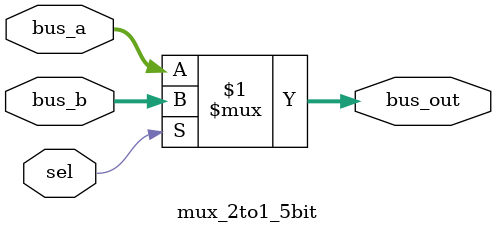
<source format=v>
module mux_2to1_5bit(
	input wire [3:0] bus_a,
	input wire [3:0] bus_b,
	input wire sel,
	
	output wire [3:0] bus_out

);

assign bus_out = (sel) ? bus_b : bus_a;

endmodule
</source>
